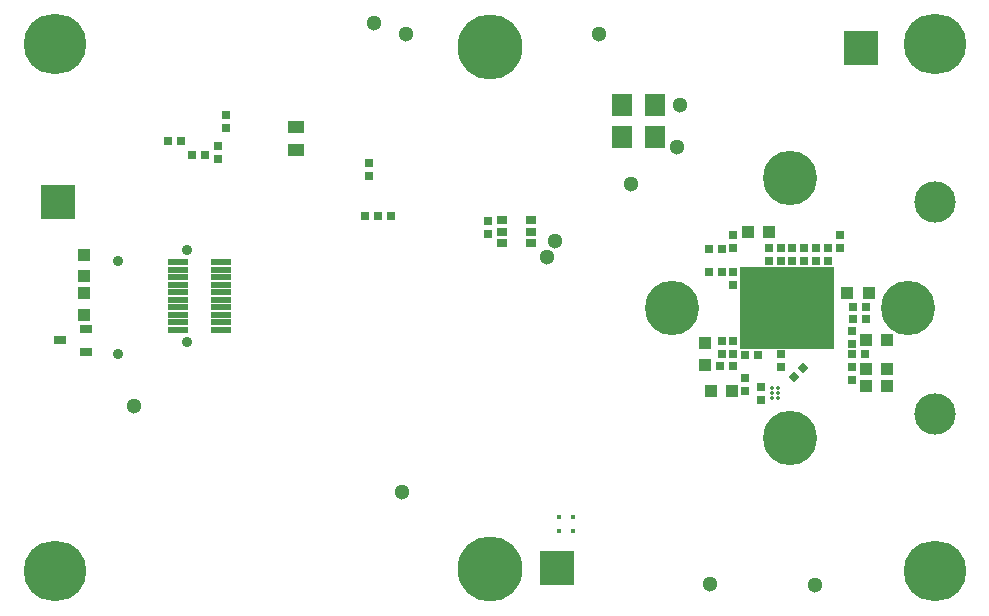
<source format=gbs>
G04 Layer_Color=16711935*
%FSLAX44Y44*%
%MOMM*%
G71*
G01*
G75*
%ADD96R,3.0000X3.0000*%
%ADD99R,0.7000X0.7000*%
%ADD100R,1.0000X1.1000*%
%ADD105R,0.7000X0.7000*%
%ADD106R,1.7000X0.5000*%
%ADD107R,1.7000X0.5000*%
%ADD108R,1.1000X1.0000*%
%ADD115R,1.4000X1.1000*%
%ADD120R,1.7000X1.9000*%
%ADD131O,5.3000X5.1000*%
%ADD132C,5.5000*%
%ADD133C,1.3000*%
%ADD134C,0.9000*%
%ADD136C,3.5000*%
%ADD137R,8.0000X6.9650*%
%ADD138C,0.3500*%
%ADD139R,1.0000X0.7500*%
%ADD140P,0.9899X4X270.0*%
%ADD141R,0.9000X0.7000*%
%ADD142C,4.6000*%
%ADD143C,0.4500*%
D96*
X710000Y470000D02*
D03*
X453000Y30000D02*
D03*
X30000Y340000D02*
D03*
D99*
X622500Y210000D02*
D03*
X611500D02*
D03*
X602000Y200500D02*
D03*
X591000D02*
D03*
X703250Y240500D02*
D03*
X714250D02*
D03*
X581000Y280000D02*
D03*
X592000D02*
D03*
X134250Y391375D02*
D03*
X123250D02*
D03*
X702000Y210500D02*
D03*
X713000D02*
D03*
X714250Y250500D02*
D03*
X703250D02*
D03*
X592000Y300000D02*
D03*
X581000D02*
D03*
X154750Y379375D02*
D03*
X143750D02*
D03*
X301500Y327500D02*
D03*
X290500D02*
D03*
X312500D02*
D03*
X301500D02*
D03*
D100*
X583000Y179500D02*
D03*
X601000D02*
D03*
X732000Y198500D02*
D03*
X714000D02*
D03*
X732000Y184000D02*
D03*
X714000D02*
D03*
X716500Y262500D02*
D03*
X698500D02*
D03*
X732000Y222500D02*
D03*
X714000D02*
D03*
X632000Y314500D02*
D03*
X614000D02*
D03*
D105*
X602000Y269500D02*
D03*
Y280500D02*
D03*
X682000Y301000D02*
D03*
Y290000D02*
D03*
X652000Y301000D02*
D03*
Y290000D02*
D03*
X602000Y221500D02*
D03*
Y210500D02*
D03*
X642000Y210500D02*
D03*
Y199500D02*
D03*
X625750Y182804D02*
D03*
Y171804D02*
D03*
X632000Y290000D02*
D03*
Y301000D02*
D03*
X672000D02*
D03*
Y290000D02*
D03*
X601500Y300500D02*
D03*
Y311500D02*
D03*
X165250Y387375D02*
D03*
Y376375D02*
D03*
X692000Y300500D02*
D03*
Y311500D02*
D03*
X702000Y219500D02*
D03*
Y230500D02*
D03*
X293500Y361500D02*
D03*
Y372500D02*
D03*
X172250Y413375D02*
D03*
Y402375D02*
D03*
X612000Y179500D02*
D03*
Y190500D02*
D03*
X642000Y301000D02*
D03*
Y290000D02*
D03*
X662000Y301000D02*
D03*
Y290000D02*
D03*
X592000Y210500D02*
D03*
Y221500D02*
D03*
X702000Y200000D02*
D03*
Y189000D02*
D03*
X394583Y323571D02*
D03*
Y312571D02*
D03*
D106*
X132000Y231425D02*
D03*
X168000D02*
D03*
Y237775D02*
D03*
X132000D02*
D03*
X168000Y244125D02*
D03*
X132000D02*
D03*
X168000Y250475D02*
D03*
X132000D02*
D03*
X168000Y256825D02*
D03*
X132000D02*
D03*
D107*
X168000Y263175D02*
D03*
X132000D02*
D03*
X168000Y269525D02*
D03*
X132000D02*
D03*
X168000Y275875D02*
D03*
X132000D02*
D03*
X168000Y282225D02*
D03*
X132000D02*
D03*
X168000Y288575D02*
D03*
X132000D02*
D03*
D108*
X52000Y262175D02*
D03*
Y244175D02*
D03*
X578000Y220000D02*
D03*
Y202000D02*
D03*
X52000Y277000D02*
D03*
Y295000D02*
D03*
D115*
X231750Y383750D02*
D03*
Y402750D02*
D03*
D120*
X536000Y395000D02*
D03*
X508000D02*
D03*
X536000Y422000D02*
D03*
X508000D02*
D03*
D131*
X772500Y27000D02*
D03*
X27500D02*
D03*
X772500Y473000D02*
D03*
X27500D02*
D03*
D132*
X395500Y471000D02*
D03*
Y29000D02*
D03*
D133*
X671000Y15000D02*
D03*
X324500Y481500D02*
D03*
X298000Y491250D02*
D03*
X582500Y16500D02*
D03*
X321449Y93782D02*
D03*
X94500Y166500D02*
D03*
X556750Y422000D02*
D03*
X488500Y482000D02*
D03*
X515500Y355250D02*
D03*
X554500Y386500D02*
D03*
X451250Y306250D02*
D03*
X444000Y293000D02*
D03*
D134*
X81000Y289250D02*
D03*
Y210750D02*
D03*
X139000Y299250D02*
D03*
Y220750D02*
D03*
D136*
X772500Y160000D02*
D03*
Y340000D02*
D03*
D137*
X647500Y249825D02*
D03*
D138*
X635000Y173304D02*
D03*
Y177804D02*
D03*
Y182304D02*
D03*
X639500Y173304D02*
D03*
Y177804D02*
D03*
Y182304D02*
D03*
D139*
X53500Y232000D02*
D03*
Y213000D02*
D03*
X31500Y222500D02*
D03*
D140*
X660889Y199389D02*
D03*
X653111Y191611D02*
D03*
D141*
X431000Y324000D02*
D03*
Y305000D02*
D03*
X406000Y314500D02*
D03*
X431000D02*
D03*
X406000Y324000D02*
D03*
Y305000D02*
D03*
D142*
X550000Y250000D02*
D03*
X750000Y250000D02*
D03*
X650000Y360000D02*
D03*
Y140000D02*
D03*
D143*
X454000Y73000D02*
D03*
X466000D02*
D03*
X454000Y61000D02*
D03*
X466000D02*
D03*
M02*

</source>
